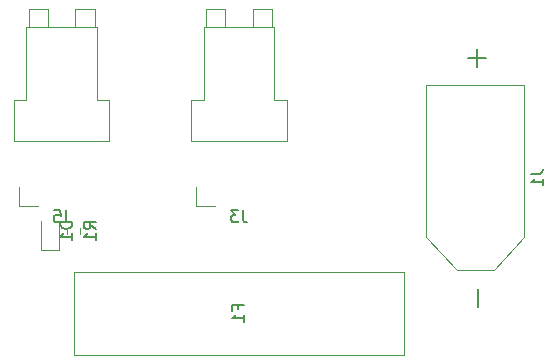
<source format=gbo>
%TF.GenerationSoftware,KiCad,Pcbnew,(6.0.9)*%
%TF.CreationDate,2022-12-21T01:12:51+09:00*%
%TF.ProjectId,power,706f7765-722e-46b6-9963-61645f706362,rev?*%
%TF.SameCoordinates,Original*%
%TF.FileFunction,Legend,Bot*%
%TF.FilePolarity,Positive*%
%FSLAX46Y46*%
G04 Gerber Fmt 4.6, Leading zero omitted, Abs format (unit mm)*
G04 Created by KiCad (PCBNEW (6.0.9)) date 2022-12-21 01:12:51*
%MOMM*%
%LPD*%
G01*
G04 APERTURE LIST*
%ADD10C,0.150000*%
%ADD11C,0.120000*%
G04 APERTURE END LIST*
D10*
%TO.C,J3*%
X115333333Y-87777380D02*
X115333333Y-88491666D01*
X115380952Y-88634523D01*
X115476190Y-88729761D01*
X115619047Y-88777380D01*
X115714285Y-88777380D01*
X114952380Y-87777380D02*
X114333333Y-87777380D01*
X114666666Y-88158333D01*
X114523809Y-88158333D01*
X114428571Y-88205952D01*
X114380952Y-88253571D01*
X114333333Y-88348809D01*
X114333333Y-88586904D01*
X114380952Y-88682142D01*
X114428571Y-88729761D01*
X114523809Y-88777380D01*
X114809523Y-88777380D01*
X114904761Y-88729761D01*
X114952380Y-88682142D01*
%TO.C,D1*%
X100882380Y-88761904D02*
X99882380Y-88761904D01*
X99882380Y-89000000D01*
X99930000Y-89142857D01*
X100025238Y-89238095D01*
X100120476Y-89285714D01*
X100310952Y-89333333D01*
X100453809Y-89333333D01*
X100644285Y-89285714D01*
X100739523Y-89238095D01*
X100834761Y-89142857D01*
X100882380Y-89000000D01*
X100882380Y-88761904D01*
X100882380Y-90285714D02*
X100882380Y-89714285D01*
X100882380Y-90000000D02*
X99882380Y-90000000D01*
X100025238Y-89904761D01*
X100120476Y-89809523D01*
X100168095Y-89714285D01*
%TO.C,F1*%
X114928571Y-96166666D02*
X114928571Y-95833333D01*
X115452380Y-95833333D02*
X114452380Y-95833333D01*
X114452380Y-96309523D01*
X115452380Y-97214285D02*
X115452380Y-96642857D01*
X115452380Y-96928571D02*
X114452380Y-96928571D01*
X114595238Y-96833333D01*
X114690476Y-96738095D01*
X114738095Y-96642857D01*
%TO.C,R1*%
X102882380Y-89333333D02*
X102406190Y-89000000D01*
X102882380Y-88761904D02*
X101882380Y-88761904D01*
X101882380Y-89142857D01*
X101930000Y-89238095D01*
X101977619Y-89285714D01*
X102072857Y-89333333D01*
X102215714Y-89333333D01*
X102310952Y-89285714D01*
X102358571Y-89238095D01*
X102406190Y-89142857D01*
X102406190Y-88761904D01*
X102882380Y-90285714D02*
X102882380Y-89714285D01*
X102882380Y-90000000D02*
X101882380Y-90000000D01*
X102025238Y-89904761D01*
X102120476Y-89809523D01*
X102168095Y-89714285D01*
%TO.C,J5*%
X100333333Y-87777380D02*
X100333333Y-88491666D01*
X100380952Y-88634523D01*
X100476190Y-88729761D01*
X100619047Y-88777380D01*
X100714285Y-88777380D01*
X99380952Y-87777380D02*
X99857142Y-87777380D01*
X99904761Y-88253571D01*
X99857142Y-88205952D01*
X99761904Y-88158333D01*
X99523809Y-88158333D01*
X99428571Y-88205952D01*
X99380952Y-88253571D01*
X99333333Y-88348809D01*
X99333333Y-88586904D01*
X99380952Y-88682142D01*
X99428571Y-88729761D01*
X99523809Y-88777380D01*
X99761904Y-88777380D01*
X99857142Y-88729761D01*
X99904761Y-88682142D01*
%TO.C,J1*%
X139752380Y-84666666D02*
X140466666Y-84666666D01*
X140609523Y-84619047D01*
X140704761Y-84523809D01*
X140752380Y-84380952D01*
X140752380Y-84285714D01*
X140752380Y-85666666D02*
X140752380Y-85095238D01*
X140752380Y-85380952D02*
X139752380Y-85380952D01*
X139895238Y-85285714D01*
X139990476Y-85190476D01*
X140038095Y-85095238D01*
X135269857Y-94442095D02*
X135269857Y-95965904D01*
X135142857Y-74122095D02*
X135142857Y-75645904D01*
X135904761Y-74884000D02*
X134380952Y-74884000D01*
D11*
%TO.C,J3*%
X111410000Y-87385000D02*
X111410000Y-85775000D01*
X113840000Y-70765000D02*
X113840000Y-72265000D01*
X112010000Y-72265000D02*
X112010000Y-78465000D01*
X116160000Y-72265000D02*
X116160000Y-70765000D01*
X119040000Y-78465000D02*
X117990000Y-78465000D01*
X117800000Y-70765000D02*
X117800000Y-72265000D01*
X117990000Y-78465000D02*
X117990000Y-72265000D01*
X110960000Y-78465000D02*
X110960000Y-81885000D01*
X112010000Y-78465000D02*
X110960000Y-78465000D01*
X112200000Y-72265000D02*
X112200000Y-70765000D01*
X113020000Y-87385000D02*
X111410000Y-87385000D01*
X112200000Y-70765000D02*
X113840000Y-70765000D01*
X119040000Y-81885000D02*
X119040000Y-78465000D01*
X117990000Y-72265000D02*
X112010000Y-72265000D01*
X116160000Y-70765000D02*
X117800000Y-70765000D01*
X110960000Y-81885000D02*
X119040000Y-81885000D01*
%TO.C,D1*%
X99735000Y-91160000D02*
X98265000Y-91160000D01*
X98265000Y-91160000D02*
X98265000Y-88700000D01*
X99735000Y-88700000D02*
X99735000Y-91160000D01*
%TO.C,F1*%
X129000000Y-93000000D02*
X101000000Y-93000000D01*
X101000000Y-96500000D02*
X101000000Y-100000000D01*
X129000000Y-100000000D02*
X129000000Y-93000000D01*
X101000000Y-100000000D02*
X129000000Y-100000000D01*
X101000000Y-93000000D02*
X101000000Y-96500000D01*
%TO.C,R1*%
X101522500Y-89754724D02*
X101522500Y-89245276D01*
X100477500Y-89754724D02*
X100477500Y-89245276D01*
%TO.C,J5*%
X97010000Y-72265000D02*
X97010000Y-78465000D01*
X102990000Y-72265000D02*
X97010000Y-72265000D01*
X97010000Y-78465000D02*
X95960000Y-78465000D01*
X102990000Y-78465000D02*
X102990000Y-72265000D01*
X101160000Y-72265000D02*
X101160000Y-70765000D01*
X104040000Y-78465000D02*
X102990000Y-78465000D01*
X95960000Y-81885000D02*
X104040000Y-81885000D01*
X98840000Y-70765000D02*
X98840000Y-72265000D01*
X97200000Y-70765000D02*
X98840000Y-70765000D01*
X98020000Y-87385000D02*
X96410000Y-87385000D01*
X101160000Y-70765000D02*
X102800000Y-70765000D01*
X104040000Y-81885000D02*
X104040000Y-78465000D01*
X102800000Y-70765000D02*
X102800000Y-72265000D01*
X95960000Y-78465000D02*
X95960000Y-81885000D01*
X96410000Y-87385000D02*
X96410000Y-85775000D01*
X97200000Y-72265000D02*
X97200000Y-70765000D01*
%TO.C,J1*%
X139150000Y-77150000D02*
X139150000Y-90000000D01*
X133450000Y-92850000D02*
X130850000Y-90000000D01*
X130850000Y-77150000D02*
X139150000Y-77150000D01*
X136600000Y-92850000D02*
X133450000Y-92850000D01*
X130850000Y-90000000D02*
X130850000Y-77150000D01*
X139150000Y-90000000D02*
X136600000Y-92850000D01*
%TD*%
M02*

</source>
